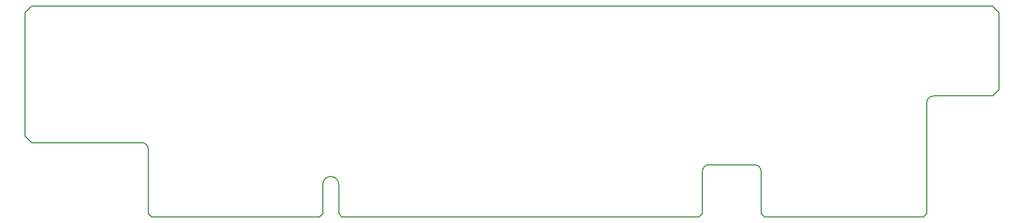
<source format=gbr>
G04 #@! TF.GenerationSoftware,KiCad,Pcbnew,(5.1.5)-3*
G04 #@! TF.CreationDate,2022-01-27T06:12:11+01:00*
G04 #@! TF.ProjectId,Riser Tioga Pass 1OU 1xPCIe x16,52697365-7220-4546-996f-676120506173,rev?*
G04 #@! TF.SameCoordinates,PX40f1fa0PY623a7c0*
G04 #@! TF.FileFunction,Profile,NP*
%FSLAX46Y46*%
G04 Gerber Fmt 4.6, Leading zero omitted, Abs format (unit mm)*
G04 Created by KiCad (PCBNEW (5.1.5)-3) date 2022-01-27 06:12:11*
%MOMM*%
%LPD*%
G04 APERTURE LIST*
%ADD10C,0.200000*%
G04 APERTURE END LIST*
D10*
X120305000Y-8460000D02*
X129355000Y-8460000D01*
X27290000Y-26480000D02*
X27290000Y-21980000D01*
X29690000Y-26480000D02*
X29690000Y-21980000D01*
X129355000Y-8460000D02*
X130305000Y-7510000D01*
X-18100000Y-14580000D02*
X-17100000Y-15580000D01*
X-17100000Y-15580000D02*
X-335000Y-15580000D01*
X-17100000Y5320000D02*
X-18100000Y4320000D01*
X-18100000Y4320000D02*
X-18100000Y-14580000D01*
X130305000Y-7510000D02*
X130305000Y4320000D01*
X130305000Y4320000D02*
X129305000Y5320000D01*
X129305000Y5320000D02*
X-17100000Y5320000D01*
X85120000Y-19980000D02*
G75*
G02X86120000Y-18980000I1000000J0D01*
G01*
X85120000Y-26480000D02*
X85120000Y-19980000D01*
X30190000Y-26980000D02*
X29690000Y-26480000D01*
X84615000Y-26980000D02*
X30190000Y-26980000D01*
X85120000Y-26480000D02*
X84615000Y-26980000D01*
X94565000Y-26980000D02*
X94065000Y-26480000D01*
X118815000Y-26980000D02*
X94565000Y-26980000D01*
X119305000Y-26480000D02*
X118815000Y-26980000D01*
X-335000Y-15580000D02*
G75*
G02X665000Y-16580000I0J-1000000D01*
G01*
X665000Y-16580000D02*
X665000Y-26480000D01*
X27290000Y-21980000D02*
G75*
G02X29690000Y-21980000I1200000J0D01*
G01*
X86120000Y-18980000D02*
X93065000Y-18980000D01*
X93065000Y-18980000D02*
G75*
G02X94065000Y-19980000I0J-1000000D01*
G01*
X94065000Y-19980000D02*
X94065000Y-26480000D01*
X119305000Y-26480000D02*
X119305000Y-9460000D01*
X119305000Y-9460000D02*
G75*
G02X120305000Y-8460000I1000000J0D01*
G01*
X1165000Y-26980000D02*
X665000Y-26480000D01*
X26790000Y-26980000D02*
X1165000Y-26980000D01*
X27290000Y-26480000D02*
X26790000Y-26980000D01*
M02*

</source>
